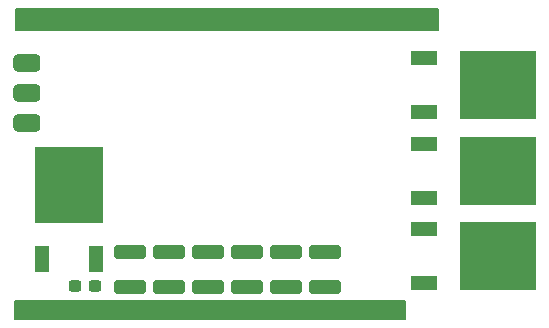
<source format=gbr>
%TF.GenerationSoftware,KiCad,Pcbnew,(6.0.5)*%
%TF.CreationDate,2023-01-05T14:47:55+08:00*%
%TF.ProjectId,Brushless_ESC_STC,42727573-686c-4657-9373-5f4553435f53,rev?*%
%TF.SameCoordinates,Original*%
%TF.FileFunction,Soldermask,Bot*%
%TF.FilePolarity,Negative*%
%FSLAX46Y46*%
G04 Gerber Fmt 4.6, Leading zero omitted, Abs format (unit mm)*
G04 Created by KiCad (PCBNEW (6.0.5)) date 2023-01-05 14:47:55*
%MOMM*%
%LPD*%
G01*
G04 APERTURE LIST*
G04 Aperture macros list*
%AMRoundRect*
0 Rectangle with rounded corners*
0 $1 Rounding radius*
0 $2 $3 $4 $5 $6 $7 $8 $9 X,Y pos of 4 corners*
0 Add a 4 corners polygon primitive as box body*
4,1,4,$2,$3,$4,$5,$6,$7,$8,$9,$2,$3,0*
0 Add four circle primitives for the rounded corners*
1,1,$1+$1,$2,$3*
1,1,$1+$1,$4,$5*
1,1,$1+$1,$6,$7*
1,1,$1+$1,$8,$9*
0 Add four rect primitives between the rounded corners*
20,1,$1+$1,$2,$3,$4,$5,0*
20,1,$1+$1,$4,$5,$6,$7,0*
20,1,$1+$1,$6,$7,$8,$9,0*
20,1,$1+$1,$8,$9,$2,$3,0*%
G04 Aperture macros list end*
%ADD10C,0.150000*%
%ADD11RoundRect,0.250000X1.100000X-0.325000X1.100000X0.325000X-1.100000X0.325000X-1.100000X-0.325000X0*%
%ADD12R,1.200000X2.200000*%
%ADD13R,5.800000X6.400000*%
%ADD14R,2.200000X1.200000*%
%ADD15R,6.400000X5.800000*%
%ADD16RoundRect,0.381000X0.762000X0.381000X-0.762000X0.381000X-0.762000X-0.381000X0.762000X-0.381000X0*%
%ADD17RoundRect,0.237500X0.300000X0.237500X-0.300000X0.237500X-0.300000X-0.237500X0.300000X-0.237500X0*%
G04 APERTURE END LIST*
D10*
X89535000Y-145542000D02*
X122555000Y-145542000D01*
X122555000Y-145542000D02*
X122555000Y-144018000D01*
X122555000Y-144018000D02*
X89535000Y-144018000D01*
X89535000Y-144018000D02*
X89535000Y-145542000D01*
G36*
X89535000Y-145542000D02*
G01*
X122555000Y-145542000D01*
X122555000Y-144018000D01*
X89535000Y-144018000D01*
X89535000Y-145542000D01*
G37*
X89662000Y-119253000D02*
X125349000Y-119253000D01*
X125349000Y-119253000D02*
X125349000Y-121031000D01*
X125349000Y-121031000D02*
X89662000Y-121031000D01*
X89662000Y-121031000D02*
X89662000Y-119253000D01*
G36*
X89662000Y-119253000D02*
G01*
X125349000Y-119253000D01*
X125349000Y-121031000D01*
X89662000Y-121031000D01*
X89662000Y-119253000D01*
G37*
D11*
%TO.C,C7*%
X109220000Y-142826000D03*
X109220000Y-139876000D03*
%TD*%
%TO.C,C6*%
X115824000Y-142826000D03*
X115824000Y-139876000D03*
%TD*%
%TO.C,C5*%
X112522000Y-142826000D03*
X112522000Y-139876000D03*
%TD*%
D12*
%TO.C,U1*%
X96387000Y-140471000D03*
D13*
X94107000Y-134171000D03*
D12*
X91827000Y-140471000D03*
%TD*%
D14*
%TO.C,Q15*%
X124197000Y-137928000D03*
X124197000Y-142488000D03*
D15*
X130497000Y-140208000D03*
%TD*%
%TO.C,Q13*%
X130497000Y-132969000D03*
D14*
X124197000Y-135249000D03*
X124197000Y-130689000D03*
%TD*%
D15*
%TO.C,Q11*%
X130497000Y-125730000D03*
D14*
X124197000Y-128010000D03*
X124197000Y-123450000D03*
%TD*%
D16*
%TO.C,J4*%
X90551000Y-123825000D03*
%TD*%
%TO.C,J3*%
X90551000Y-126365000D03*
%TD*%
%TO.C,J2*%
X90551000Y-128905000D03*
%TD*%
D11*
%TO.C,C14*%
X99314000Y-142826000D03*
X99314000Y-139876000D03*
%TD*%
%TO.C,C12*%
X102616000Y-142826000D03*
X102616000Y-139876000D03*
%TD*%
%TO.C,C9*%
X105913000Y-142826000D03*
X105913000Y-139876000D03*
%TD*%
D17*
%TO.C,C1*%
X96366500Y-142748000D03*
X94641500Y-142748000D03*
%TD*%
M02*

</source>
